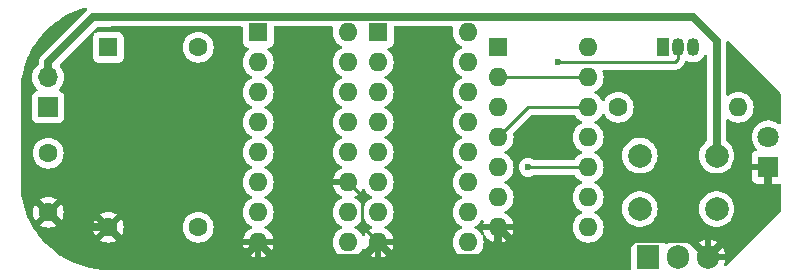
<source format=gtl>
G04 #@! TF.GenerationSoftware,KiCad,Pcbnew,8.0.9*
G04 #@! TF.CreationDate,2025-03-02T13:36:19+01:00*
G04 #@! TF.ProjectId,strobe,7374726f-6265-42e6-9b69-6361645f7063,rev?*
G04 #@! TF.SameCoordinates,Original*
G04 #@! TF.FileFunction,Copper,L1,Top*
G04 #@! TF.FilePolarity,Positive*
%FSLAX46Y46*%
G04 Gerber Fmt 4.6, Leading zero omitted, Abs format (unit mm)*
G04 Created by KiCad (PCBNEW 8.0.9) date 2025-03-02 13:36:19*
%MOMM*%
%LPD*%
G01*
G04 APERTURE LIST*
G04 #@! TA.AperFunction,ComponentPad*
%ADD10R,1.600000X1.600000*%
G04 #@! TD*
G04 #@! TA.AperFunction,ComponentPad*
%ADD11O,1.600000X1.600000*%
G04 #@! TD*
G04 #@! TA.AperFunction,ComponentPad*
%ADD12R,1.050000X1.500000*%
G04 #@! TD*
G04 #@! TA.AperFunction,ComponentPad*
%ADD13O,1.050000X1.500000*%
G04 #@! TD*
G04 #@! TA.AperFunction,ComponentPad*
%ADD14C,2.000000*%
G04 #@! TD*
G04 #@! TA.AperFunction,ComponentPad*
%ADD15R,1.800000X1.800000*%
G04 #@! TD*
G04 #@! TA.AperFunction,ComponentPad*
%ADD16C,1.800000*%
G04 #@! TD*
G04 #@! TA.AperFunction,ComponentPad*
%ADD17R,1.700000X1.700000*%
G04 #@! TD*
G04 #@! TA.AperFunction,ComponentPad*
%ADD18O,1.700000X1.700000*%
G04 #@! TD*
G04 #@! TA.AperFunction,ComponentPad*
%ADD19C,1.600000*%
G04 #@! TD*
G04 #@! TA.AperFunction,ComponentPad*
%ADD20R,1.905000X2.000000*%
G04 #@! TD*
G04 #@! TA.AperFunction,ComponentPad*
%ADD21O,1.905000X2.000000*%
G04 #@! TD*
G04 #@! TA.AperFunction,ViaPad*
%ADD22C,0.600000*%
G04 #@! TD*
G04 #@! TA.AperFunction,Conductor*
%ADD23C,0.635000*%
G04 #@! TD*
G04 #@! TA.AperFunction,Conductor*
%ADD24C,0.254000*%
G04 #@! TD*
G04 APERTURE END LIST*
D10*
X128270000Y-95250000D03*
D11*
X128270000Y-97790000D03*
X128270000Y-100330000D03*
X128270000Y-102870000D03*
X128270000Y-105410000D03*
X128270000Y-107950000D03*
X128270000Y-110490000D03*
X135890000Y-110490000D03*
X135890000Y-107950000D03*
X135890000Y-105410000D03*
X135890000Y-102870000D03*
X135890000Y-100330000D03*
X135890000Y-97790000D03*
X135890000Y-95250000D03*
D10*
X118110000Y-93980000D03*
D11*
X118110000Y-96520000D03*
X118110000Y-99060000D03*
X118110000Y-101600000D03*
X118110000Y-104140000D03*
X118110000Y-106680000D03*
X118110000Y-109220000D03*
X118110000Y-111760000D03*
X125730000Y-111760000D03*
X125730000Y-109220000D03*
X125730000Y-106680000D03*
X125730000Y-104140000D03*
X125730000Y-101600000D03*
X125730000Y-99060000D03*
X125730000Y-96520000D03*
X125730000Y-93980000D03*
D12*
X142240000Y-95250000D03*
D13*
X143510000Y-95250000D03*
X144780000Y-95250000D03*
D10*
X107950000Y-93980000D03*
D11*
X107950000Y-96520000D03*
X107950000Y-99060000D03*
X107950000Y-101600000D03*
X107950000Y-104140000D03*
X107950000Y-106680000D03*
X107950000Y-109220000D03*
X107950000Y-111760000D03*
X115570000Y-111760000D03*
X115570000Y-109220000D03*
X115570000Y-106680000D03*
X115570000Y-104140000D03*
X115570000Y-101600000D03*
X115570000Y-99060000D03*
X115570000Y-96520000D03*
X115570000Y-93980000D03*
D14*
X140260000Y-104430000D03*
X146760000Y-104430000D03*
X140260000Y-108930000D03*
X146760000Y-108930000D03*
D15*
X151130000Y-105390000D03*
D16*
X151130000Y-102850000D03*
D17*
X90170000Y-100330000D03*
D18*
X90170000Y-97790000D03*
D19*
X138430000Y-100330000D03*
D11*
X148590000Y-100330000D03*
D10*
X95250000Y-95250000D03*
D19*
X95250000Y-110490000D03*
X102870000Y-110490000D03*
X102870000Y-95250000D03*
X90170000Y-104220000D03*
X90170000Y-109220000D03*
D20*
X140970000Y-113030000D03*
D21*
X143510000Y-113030000D03*
X146050000Y-113030000D03*
D22*
X133350000Y-96520000D03*
X130810000Y-105410000D03*
D23*
X95250000Y-92710000D02*
X95297500Y-92662500D01*
X95297500Y-92662500D02*
X144732500Y-92662500D01*
X90170000Y-97790000D02*
X90170000Y-96520000D01*
X93980000Y-92710000D02*
X95250000Y-92710000D01*
X90170000Y-96520000D02*
X93980000Y-92710000D01*
X146760000Y-94690000D02*
X146760000Y-104430000D01*
X144732500Y-92662500D02*
X146760000Y-94690000D01*
D24*
X116697000Y-110347000D02*
X116697000Y-107807000D01*
D23*
X109267500Y-113077500D02*
X116792500Y-113077500D01*
X91440000Y-110490000D02*
X90170000Y-109220000D01*
X95250000Y-110490000D02*
X91440000Y-110490000D01*
X128270000Y-111760000D02*
X128270000Y-110490000D01*
X144532500Y-111512500D02*
X146050000Y-113030000D01*
D24*
X118110000Y-111760000D02*
X116697000Y-110347000D01*
D23*
X151130000Y-107950000D02*
X151130000Y-105390000D01*
X116792500Y-113077500D02*
X118110000Y-111760000D01*
D24*
X116697000Y-107807000D02*
X115570000Y-106680000D01*
D23*
X118110000Y-111760000D02*
X119427500Y-113077500D01*
X119427500Y-113077500D02*
X126952500Y-113077500D01*
X139747500Y-111512500D02*
X144532500Y-111512500D01*
X146050000Y-113030000D02*
X151130000Y-107950000D01*
X128270000Y-110490000D02*
X130810000Y-113030000D01*
X130810000Y-113030000D02*
X138230000Y-113030000D01*
X95250000Y-110490000D02*
X97319999Y-112559999D01*
X138230000Y-113030000D02*
X139747500Y-111512500D01*
X126952500Y-113077500D02*
X128270000Y-111760000D01*
X107950000Y-111760000D02*
X109267500Y-113077500D01*
X97319999Y-112559999D02*
X107150001Y-112559999D01*
X107150001Y-112559999D02*
X107950000Y-111760000D01*
D24*
X133350000Y-96520000D02*
X143244000Y-96520000D01*
X143510000Y-96254000D02*
X143510000Y-95250000D01*
X143244000Y-96520000D02*
X143510000Y-96254000D01*
X135890000Y-105410000D02*
X130810000Y-105410000D01*
X135890000Y-100330000D02*
X130810000Y-100330000D01*
X130810000Y-100330000D02*
X128270000Y-102870000D01*
X135890000Y-97790000D02*
X128270000Y-97790000D01*
G04 #@! TA.AperFunction,Conductor*
G36*
X93372199Y-91907117D02*
G01*
X93429591Y-91946965D01*
X93456329Y-92011516D01*
X93443923Y-92080276D01*
X93420721Y-92112452D01*
X93344618Y-92188555D01*
X93344616Y-92188557D01*
X89534620Y-95998551D01*
X89534617Y-95998555D01*
X89445100Y-96132525D01*
X89445093Y-96132538D01*
X89383436Y-96281393D01*
X89383433Y-96281405D01*
X89352000Y-96439429D01*
X89352000Y-96649562D01*
X89332315Y-96716601D01*
X89302456Y-96747673D01*
X89302749Y-96748023D01*
X89299504Y-96750746D01*
X89299137Y-96751128D01*
X89298604Y-96751501D01*
X89298595Y-96751508D01*
X89131505Y-96918597D01*
X88995965Y-97112169D01*
X88995964Y-97112171D01*
X88896098Y-97326335D01*
X88896094Y-97326344D01*
X88834938Y-97554586D01*
X88834936Y-97554596D01*
X88814341Y-97789999D01*
X88814341Y-97790000D01*
X88834936Y-98025403D01*
X88834938Y-98025413D01*
X88896094Y-98253655D01*
X88896096Y-98253659D01*
X88896097Y-98253663D01*
X88967724Y-98407267D01*
X88995965Y-98467830D01*
X88995967Y-98467834D01*
X89097966Y-98613502D01*
X89131501Y-98661396D01*
X89131506Y-98661402D01*
X89253430Y-98783326D01*
X89286915Y-98844649D01*
X89281931Y-98914341D01*
X89240059Y-98970274D01*
X89209083Y-98987189D01*
X89077669Y-99036203D01*
X89077664Y-99036206D01*
X88962455Y-99122452D01*
X88962452Y-99122455D01*
X88876206Y-99237664D01*
X88876202Y-99237671D01*
X88825908Y-99372517D01*
X88819501Y-99432116D01*
X88819501Y-99432123D01*
X88819500Y-99432135D01*
X88819500Y-101227870D01*
X88819501Y-101227876D01*
X88825908Y-101287483D01*
X88876202Y-101422328D01*
X88876206Y-101422335D01*
X88962452Y-101537544D01*
X88962455Y-101537547D01*
X89077664Y-101623793D01*
X89077671Y-101623797D01*
X89212517Y-101674091D01*
X89212516Y-101674091D01*
X89219444Y-101674835D01*
X89272127Y-101680500D01*
X91067872Y-101680499D01*
X91127483Y-101674091D01*
X91262331Y-101623796D01*
X91377546Y-101537546D01*
X91463796Y-101422331D01*
X91514091Y-101287483D01*
X91520500Y-101227873D01*
X91520499Y-99432128D01*
X91514091Y-99372517D01*
X91503843Y-99345042D01*
X91463797Y-99237671D01*
X91463793Y-99237664D01*
X91377547Y-99122455D01*
X91377544Y-99122452D01*
X91262335Y-99036206D01*
X91262328Y-99036202D01*
X91130917Y-98987189D01*
X91074983Y-98945318D01*
X91050566Y-98879853D01*
X91065418Y-98811580D01*
X91086563Y-98783332D01*
X91208495Y-98661401D01*
X91344035Y-98467830D01*
X91443903Y-98253663D01*
X91505063Y-98025408D01*
X91525659Y-97790000D01*
X91505063Y-97554592D01*
X91443903Y-97326337D01*
X91344035Y-97112171D01*
X91340135Y-97106600D01*
X91208494Y-96918597D01*
X91156042Y-96866145D01*
X91122557Y-96804822D01*
X91127541Y-96735130D01*
X91156040Y-96690785D01*
X93444690Y-94402135D01*
X93949500Y-94402135D01*
X93949500Y-96097870D01*
X93949501Y-96097876D01*
X93955908Y-96157483D01*
X94006202Y-96292328D01*
X94006206Y-96292335D01*
X94092452Y-96407544D01*
X94092455Y-96407547D01*
X94207664Y-96493793D01*
X94207671Y-96493797D01*
X94342517Y-96544091D01*
X94342516Y-96544091D01*
X94349444Y-96544835D01*
X94402127Y-96550500D01*
X96097872Y-96550499D01*
X96157483Y-96544091D01*
X96292331Y-96493796D01*
X96407546Y-96407546D01*
X96493796Y-96292331D01*
X96544091Y-96157483D01*
X96550500Y-96097873D01*
X96550499Y-95249998D01*
X101564532Y-95249998D01*
X101564532Y-95250001D01*
X101584364Y-95476686D01*
X101584366Y-95476697D01*
X101643258Y-95696488D01*
X101643261Y-95696497D01*
X101739431Y-95902732D01*
X101739432Y-95902734D01*
X101869954Y-96089141D01*
X102030858Y-96250045D01*
X102030861Y-96250047D01*
X102217266Y-96380568D01*
X102423504Y-96476739D01*
X102643308Y-96535635D01*
X102783052Y-96547861D01*
X102869998Y-96555468D01*
X102870000Y-96555468D01*
X102870002Y-96555468D01*
X102926807Y-96550498D01*
X103096692Y-96535635D01*
X103316496Y-96476739D01*
X103522734Y-96380568D01*
X103709139Y-96250047D01*
X103870047Y-96089139D01*
X104000568Y-95902734D01*
X104096739Y-95696496D01*
X104155635Y-95476692D01*
X104173360Y-95274091D01*
X104175468Y-95250001D01*
X104175468Y-95249998D01*
X104165636Y-95137618D01*
X104155635Y-95023308D01*
X104096739Y-94803504D01*
X104000568Y-94597266D01*
X103870047Y-94410861D01*
X103870045Y-94410858D01*
X103709141Y-94249954D01*
X103522734Y-94119432D01*
X103522732Y-94119431D01*
X103316497Y-94023261D01*
X103316488Y-94023258D01*
X103096697Y-93964366D01*
X103096693Y-93964365D01*
X103096692Y-93964365D01*
X103096691Y-93964364D01*
X103096686Y-93964364D01*
X102870002Y-93944532D01*
X102869998Y-93944532D01*
X102643313Y-93964364D01*
X102643302Y-93964366D01*
X102423511Y-94023258D01*
X102423502Y-94023261D01*
X102217267Y-94119431D01*
X102217265Y-94119432D01*
X102030858Y-94249954D01*
X101869954Y-94410858D01*
X101739432Y-94597265D01*
X101739431Y-94597267D01*
X101643261Y-94803502D01*
X101643258Y-94803511D01*
X101584366Y-95023302D01*
X101584364Y-95023313D01*
X101564532Y-95249998D01*
X96550499Y-95249998D01*
X96550499Y-94402128D01*
X96544091Y-94342517D01*
X96532258Y-94310792D01*
X96493797Y-94207671D01*
X96493793Y-94207664D01*
X96407547Y-94092455D01*
X96407544Y-94092452D01*
X96292335Y-94006206D01*
X96292328Y-94006202D01*
X96157482Y-93955908D01*
X96157483Y-93955908D01*
X96097883Y-93949501D01*
X96097881Y-93949500D01*
X96097873Y-93949500D01*
X96097864Y-93949500D01*
X94402129Y-93949500D01*
X94402123Y-93949501D01*
X94342516Y-93955908D01*
X94207671Y-94006202D01*
X94207668Y-94006204D01*
X94135642Y-94060123D01*
X94078219Y-94081540D01*
X94069688Y-94120758D01*
X94060123Y-94135642D01*
X94006204Y-94207668D01*
X94006202Y-94207671D01*
X93955908Y-94342517D01*
X93950533Y-94392517D01*
X93949501Y-94402123D01*
X93949500Y-94402135D01*
X93444690Y-94402135D01*
X93873177Y-93973648D01*
X93934498Y-93940165D01*
X93941868Y-93940692D01*
X93962064Y-93886546D01*
X93973643Y-93873182D01*
X94282507Y-93564319D01*
X94343830Y-93530834D01*
X94370188Y-93528000D01*
X95330567Y-93528000D01*
X95330568Y-93527999D01*
X95488602Y-93496565D01*
X95504598Y-93489938D01*
X95552051Y-93480500D01*
X106525500Y-93480500D01*
X106592539Y-93500185D01*
X106638294Y-93552989D01*
X106649500Y-93604500D01*
X106649500Y-94827870D01*
X106649501Y-94827876D01*
X106655908Y-94887483D01*
X106706202Y-95022328D01*
X106706206Y-95022335D01*
X106792452Y-95137544D01*
X106792455Y-95137547D01*
X106907664Y-95223793D01*
X106907671Y-95223797D01*
X106952618Y-95240561D01*
X107042517Y-95274091D01*
X107077596Y-95277862D01*
X107142144Y-95304599D01*
X107181993Y-95361991D01*
X107184488Y-95431816D01*
X107148836Y-95491905D01*
X107135464Y-95502725D01*
X107110858Y-95519954D01*
X106949954Y-95680858D01*
X106819432Y-95867265D01*
X106819431Y-95867267D01*
X106723261Y-96073502D01*
X106723258Y-96073511D01*
X106664366Y-96293302D01*
X106664364Y-96293313D01*
X106644532Y-96519998D01*
X106644532Y-96520001D01*
X106664364Y-96746686D01*
X106664366Y-96746697D01*
X106723258Y-96966488D01*
X106723261Y-96966497D01*
X106819431Y-97172732D01*
X106819432Y-97172734D01*
X106949954Y-97359141D01*
X107110858Y-97520045D01*
X107110861Y-97520047D01*
X107297266Y-97650568D01*
X107355275Y-97677618D01*
X107407714Y-97723791D01*
X107426866Y-97790984D01*
X107406650Y-97857865D01*
X107355275Y-97902382D01*
X107297267Y-97929431D01*
X107297265Y-97929432D01*
X107110858Y-98059954D01*
X106949954Y-98220858D01*
X106819432Y-98407265D01*
X106819431Y-98407267D01*
X106723261Y-98613502D01*
X106723258Y-98613511D01*
X106664366Y-98833302D01*
X106664364Y-98833313D01*
X106644532Y-99059998D01*
X106644532Y-99060001D01*
X106664364Y-99286686D01*
X106664366Y-99286697D01*
X106723258Y-99506488D01*
X106723261Y-99506497D01*
X106819431Y-99712732D01*
X106819432Y-99712734D01*
X106949954Y-99899141D01*
X107110858Y-100060045D01*
X107110861Y-100060047D01*
X107297266Y-100190568D01*
X107355275Y-100217618D01*
X107407714Y-100263791D01*
X107426866Y-100330984D01*
X107406650Y-100397865D01*
X107355275Y-100442382D01*
X107297267Y-100469431D01*
X107297265Y-100469432D01*
X107110858Y-100599954D01*
X106949954Y-100760858D01*
X106819432Y-100947265D01*
X106819431Y-100947267D01*
X106723261Y-101153502D01*
X106723258Y-101153511D01*
X106664366Y-101373302D01*
X106664364Y-101373313D01*
X106644532Y-101599998D01*
X106644532Y-101600001D01*
X106664364Y-101826686D01*
X106664366Y-101826697D01*
X106723258Y-102046488D01*
X106723261Y-102046497D01*
X106819431Y-102252732D01*
X106819432Y-102252734D01*
X106949954Y-102439141D01*
X107110858Y-102600045D01*
X107110861Y-102600047D01*
X107297266Y-102730568D01*
X107355275Y-102757618D01*
X107407714Y-102803791D01*
X107426866Y-102870984D01*
X107406650Y-102937865D01*
X107355275Y-102982382D01*
X107297267Y-103009431D01*
X107297265Y-103009432D01*
X107110858Y-103139954D01*
X106949954Y-103300858D01*
X106819432Y-103487265D01*
X106819431Y-103487267D01*
X106723261Y-103693502D01*
X106723258Y-103693511D01*
X106664366Y-103913302D01*
X106664364Y-103913313D01*
X106644532Y-104139998D01*
X106644532Y-104140001D01*
X106664364Y-104366686D01*
X106664366Y-104366697D01*
X106723258Y-104586488D01*
X106723261Y-104586497D01*
X106819431Y-104792732D01*
X106819432Y-104792734D01*
X106949954Y-104979141D01*
X107110858Y-105140045D01*
X107110861Y-105140047D01*
X107297266Y-105270568D01*
X107355275Y-105297618D01*
X107407714Y-105343791D01*
X107426866Y-105410984D01*
X107406650Y-105477865D01*
X107355275Y-105522382D01*
X107297267Y-105549431D01*
X107297265Y-105549432D01*
X107110858Y-105679954D01*
X106949954Y-105840858D01*
X106819432Y-106027265D01*
X106819431Y-106027267D01*
X106723261Y-106233502D01*
X106723258Y-106233511D01*
X106664366Y-106453302D01*
X106664364Y-106453313D01*
X106644532Y-106679998D01*
X106644532Y-106680001D01*
X106664364Y-106906686D01*
X106664366Y-106906697D01*
X106723258Y-107126488D01*
X106723261Y-107126497D01*
X106819431Y-107332732D01*
X106819432Y-107332734D01*
X106949954Y-107519141D01*
X107110858Y-107680045D01*
X107110861Y-107680047D01*
X107297266Y-107810568D01*
X107322342Y-107822261D01*
X107355275Y-107837618D01*
X107407714Y-107883791D01*
X107426866Y-107950984D01*
X107406650Y-108017865D01*
X107355275Y-108062382D01*
X107297267Y-108089431D01*
X107297265Y-108089432D01*
X107110858Y-108219954D01*
X106949954Y-108380858D01*
X106819432Y-108567265D01*
X106819431Y-108567267D01*
X106723261Y-108773502D01*
X106723258Y-108773511D01*
X106664366Y-108993302D01*
X106664364Y-108993313D01*
X106644532Y-109219998D01*
X106644532Y-109220001D01*
X106664364Y-109446686D01*
X106664366Y-109446697D01*
X106723258Y-109666488D01*
X106723261Y-109666497D01*
X106819431Y-109872732D01*
X106819432Y-109872734D01*
X106949954Y-110059141D01*
X107110858Y-110220045D01*
X107110861Y-110220047D01*
X107297266Y-110350568D01*
X107355865Y-110377893D01*
X107408305Y-110424065D01*
X107427457Y-110491258D01*
X107407242Y-110558139D01*
X107355867Y-110602657D01*
X107297515Y-110629867D01*
X107111179Y-110760342D01*
X106950342Y-110921179D01*
X106819865Y-111107517D01*
X106723734Y-111313673D01*
X106723730Y-111313682D01*
X106671127Y-111509999D01*
X106671128Y-111510000D01*
X107634314Y-111510000D01*
X107629920Y-111514394D01*
X107577259Y-111605606D01*
X107550000Y-111707339D01*
X107550000Y-111812661D01*
X107577259Y-111914394D01*
X107629920Y-112005606D01*
X107634314Y-112010000D01*
X106671128Y-112010000D01*
X106723730Y-112206317D01*
X106723734Y-112206326D01*
X106819865Y-112412482D01*
X106950342Y-112598820D01*
X107111179Y-112759657D01*
X107297517Y-112890134D01*
X107503673Y-112986265D01*
X107503682Y-112986269D01*
X107699999Y-113038872D01*
X107700000Y-113038871D01*
X107700000Y-112075686D01*
X107704394Y-112080080D01*
X107795606Y-112132741D01*
X107897339Y-112160000D01*
X108002661Y-112160000D01*
X108104394Y-112132741D01*
X108195606Y-112080080D01*
X108200000Y-112075686D01*
X108200000Y-113038872D01*
X108396317Y-112986269D01*
X108396326Y-112986265D01*
X108602482Y-112890134D01*
X108788820Y-112759657D01*
X108949657Y-112598820D01*
X109080134Y-112412482D01*
X109176265Y-112206326D01*
X109176269Y-112206317D01*
X109228872Y-112010000D01*
X108265686Y-112010000D01*
X108270080Y-112005606D01*
X108322741Y-111914394D01*
X108350000Y-111812661D01*
X108350000Y-111707339D01*
X108322741Y-111605606D01*
X108270080Y-111514394D01*
X108265686Y-111510000D01*
X109228872Y-111510000D01*
X109228872Y-111509999D01*
X109176269Y-111313682D01*
X109176265Y-111313673D01*
X109080134Y-111107517D01*
X108949657Y-110921179D01*
X108788820Y-110760342D01*
X108602482Y-110629865D01*
X108544133Y-110602657D01*
X108491694Y-110556484D01*
X108472542Y-110489291D01*
X108492758Y-110422410D01*
X108544129Y-110377895D01*
X108602734Y-110350568D01*
X108789139Y-110220047D01*
X108950047Y-110059139D01*
X109080568Y-109872734D01*
X109176739Y-109666496D01*
X109235635Y-109446692D01*
X109255468Y-109220000D01*
X109254143Y-109204860D01*
X109241960Y-109065606D01*
X109235635Y-108993308D01*
X109176739Y-108773504D01*
X109080568Y-108567266D01*
X108950047Y-108380861D01*
X108950045Y-108380858D01*
X108789141Y-108219954D01*
X108602734Y-108089432D01*
X108602728Y-108089429D01*
X108544725Y-108062382D01*
X108492285Y-108016210D01*
X108473133Y-107949017D01*
X108493348Y-107882135D01*
X108544725Y-107837618D01*
X108545319Y-107837341D01*
X108602734Y-107810568D01*
X108789139Y-107680047D01*
X108950047Y-107519139D01*
X109080568Y-107332734D01*
X109176739Y-107126496D01*
X109235635Y-106906692D01*
X109255468Y-106680000D01*
X109252597Y-106647190D01*
X109241960Y-106525606D01*
X109235635Y-106453308D01*
X109176739Y-106233504D01*
X109080568Y-106027266D01*
X108950047Y-105840861D01*
X108950045Y-105840858D01*
X108789141Y-105679954D01*
X108602734Y-105549432D01*
X108602728Y-105549429D01*
X108544725Y-105522382D01*
X108492285Y-105476210D01*
X108473133Y-105409017D01*
X108493348Y-105342135D01*
X108544725Y-105297618D01*
X108602734Y-105270568D01*
X108789139Y-105140047D01*
X108950047Y-104979139D01*
X109080568Y-104792734D01*
X109176739Y-104586496D01*
X109235635Y-104366692D01*
X109255468Y-104140000D01*
X109235635Y-103913308D01*
X109176739Y-103693504D01*
X109080568Y-103487266D01*
X108950047Y-103300861D01*
X108950045Y-103300858D01*
X108789141Y-103139954D01*
X108602734Y-103009432D01*
X108602728Y-103009429D01*
X108544725Y-102982382D01*
X108492285Y-102936210D01*
X108473133Y-102869017D01*
X108493348Y-102802135D01*
X108544725Y-102757618D01*
X108602734Y-102730568D01*
X108789139Y-102600047D01*
X108950047Y-102439139D01*
X109080568Y-102252734D01*
X109176739Y-102046496D01*
X109235635Y-101826692D01*
X109255468Y-101600000D01*
X109252344Y-101564298D01*
X109242301Y-101449500D01*
X109235635Y-101373308D01*
X109176739Y-101153504D01*
X109080568Y-100947266D01*
X108950047Y-100760861D01*
X108950045Y-100760858D01*
X108789141Y-100599954D01*
X108602734Y-100469432D01*
X108602728Y-100469429D01*
X108544725Y-100442382D01*
X108492285Y-100396210D01*
X108473133Y-100329017D01*
X108493348Y-100262135D01*
X108544725Y-100217618D01*
X108602734Y-100190568D01*
X108789139Y-100060047D01*
X108950047Y-99899139D01*
X109080568Y-99712734D01*
X109176739Y-99506496D01*
X109235635Y-99286692D01*
X109255468Y-99060000D01*
X109255274Y-99057788D01*
X109245636Y-98947618D01*
X109235635Y-98833308D01*
X109176739Y-98613504D01*
X109080568Y-98407266D01*
X108950047Y-98220861D01*
X108950045Y-98220858D01*
X108789141Y-98059954D01*
X108602734Y-97929432D01*
X108602728Y-97929429D01*
X108544725Y-97902382D01*
X108492285Y-97856210D01*
X108473133Y-97789017D01*
X108493348Y-97722135D01*
X108544725Y-97677618D01*
X108602734Y-97650568D01*
X108789139Y-97520047D01*
X108950047Y-97359139D01*
X109080568Y-97172734D01*
X109176739Y-96966496D01*
X109235635Y-96746692D01*
X109253360Y-96544091D01*
X109255468Y-96520001D01*
X109255468Y-96519998D01*
X109248209Y-96437034D01*
X109235635Y-96293308D01*
X109176739Y-96073504D01*
X109080568Y-95867266D01*
X108950047Y-95680861D01*
X108950045Y-95680858D01*
X108789143Y-95519956D01*
X108764536Y-95502726D01*
X108720912Y-95448149D01*
X108713719Y-95378650D01*
X108745241Y-95316296D01*
X108805471Y-95280882D01*
X108822404Y-95277861D01*
X108857483Y-95274091D01*
X108992331Y-95223796D01*
X109107546Y-95137546D01*
X109193796Y-95022331D01*
X109244091Y-94887483D01*
X109250500Y-94827873D01*
X109250499Y-93604499D01*
X109270184Y-93537461D01*
X109322987Y-93491706D01*
X109374499Y-93480500D01*
X114195863Y-93480500D01*
X114262902Y-93500185D01*
X114308657Y-93552989D01*
X114318601Y-93622147D01*
X114315638Y-93636593D01*
X114284366Y-93753302D01*
X114284364Y-93753313D01*
X114264532Y-93979998D01*
X114264532Y-93980001D01*
X114284364Y-94206686D01*
X114284366Y-94206697D01*
X114343258Y-94426488D01*
X114343261Y-94426497D01*
X114439431Y-94632732D01*
X114439432Y-94632734D01*
X114569954Y-94819141D01*
X114730858Y-94980045D01*
X114730861Y-94980047D01*
X114917266Y-95110568D01*
X114975275Y-95137618D01*
X115027714Y-95183791D01*
X115046866Y-95250984D01*
X115026650Y-95317865D01*
X114975275Y-95362382D01*
X114917267Y-95389431D01*
X114917265Y-95389432D01*
X114730858Y-95519954D01*
X114569954Y-95680858D01*
X114439432Y-95867265D01*
X114439431Y-95867267D01*
X114343261Y-96073502D01*
X114343258Y-96073511D01*
X114284366Y-96293302D01*
X114284364Y-96293313D01*
X114264532Y-96519998D01*
X114264532Y-96520001D01*
X114284364Y-96746686D01*
X114284366Y-96746697D01*
X114343258Y-96966488D01*
X114343261Y-96966497D01*
X114439431Y-97172732D01*
X114439432Y-97172734D01*
X114569954Y-97359141D01*
X114730858Y-97520045D01*
X114730861Y-97520047D01*
X114917266Y-97650568D01*
X114975275Y-97677618D01*
X115027714Y-97723791D01*
X115046866Y-97790984D01*
X115026650Y-97857865D01*
X114975275Y-97902382D01*
X114917267Y-97929431D01*
X114917265Y-97929432D01*
X114730858Y-98059954D01*
X114569954Y-98220858D01*
X114439432Y-98407265D01*
X114439431Y-98407267D01*
X114343261Y-98613502D01*
X114343258Y-98613511D01*
X114284366Y-98833302D01*
X114284364Y-98833313D01*
X114264532Y-99059998D01*
X114264532Y-99060001D01*
X114284364Y-99286686D01*
X114284366Y-99286697D01*
X114343258Y-99506488D01*
X114343261Y-99506497D01*
X114439431Y-99712732D01*
X114439432Y-99712734D01*
X114569954Y-99899141D01*
X114730858Y-100060045D01*
X114730861Y-100060047D01*
X114917266Y-100190568D01*
X114975275Y-100217618D01*
X115027714Y-100263791D01*
X115046866Y-100330984D01*
X115026650Y-100397865D01*
X114975275Y-100442382D01*
X114917267Y-100469431D01*
X114917265Y-100469432D01*
X114730858Y-100599954D01*
X114569954Y-100760858D01*
X114439432Y-100947265D01*
X114439431Y-100947267D01*
X114343261Y-101153502D01*
X114343258Y-101153511D01*
X114284366Y-101373302D01*
X114284364Y-101373313D01*
X114264532Y-101599998D01*
X114264532Y-101600001D01*
X114284364Y-101826686D01*
X114284366Y-101826697D01*
X114343258Y-102046488D01*
X114343261Y-102046497D01*
X114439431Y-102252732D01*
X114439432Y-102252734D01*
X114569954Y-102439141D01*
X114730858Y-102600045D01*
X114730861Y-102600047D01*
X114917266Y-102730568D01*
X114975275Y-102757618D01*
X115027714Y-102803791D01*
X115046866Y-102870984D01*
X115026650Y-102937865D01*
X114975275Y-102982382D01*
X114917267Y-103009431D01*
X114917265Y-103009432D01*
X114730858Y-103139954D01*
X114569954Y-103300858D01*
X114439432Y-103487265D01*
X114439431Y-103487267D01*
X114343261Y-103693502D01*
X114343258Y-103693511D01*
X114284366Y-103913302D01*
X114284364Y-103913313D01*
X114264532Y-104139998D01*
X114264532Y-104140001D01*
X114284364Y-104366686D01*
X114284366Y-104366697D01*
X114343258Y-104586488D01*
X114343261Y-104586497D01*
X114439431Y-104792732D01*
X114439432Y-104792734D01*
X114569954Y-104979141D01*
X114730858Y-105140045D01*
X114730861Y-105140047D01*
X114917266Y-105270568D01*
X114975865Y-105297893D01*
X115028305Y-105344065D01*
X115047457Y-105411258D01*
X115027242Y-105478139D01*
X114975867Y-105522657D01*
X114917515Y-105549867D01*
X114731179Y-105680342D01*
X114570342Y-105841179D01*
X114439865Y-106027517D01*
X114343734Y-106233673D01*
X114343730Y-106233682D01*
X114291127Y-106429999D01*
X114291128Y-106430000D01*
X115254314Y-106430000D01*
X115249920Y-106434394D01*
X115197259Y-106525606D01*
X115170000Y-106627339D01*
X115170000Y-106732661D01*
X115197259Y-106834394D01*
X115249920Y-106925606D01*
X115254314Y-106930000D01*
X114291128Y-106930000D01*
X114343730Y-107126317D01*
X114343734Y-107126326D01*
X114439865Y-107332482D01*
X114570342Y-107518820D01*
X114731179Y-107679657D01*
X114917518Y-107810134D01*
X114917520Y-107810135D01*
X114975865Y-107837342D01*
X115028305Y-107883514D01*
X115047457Y-107950707D01*
X115027242Y-108017589D01*
X114975867Y-108062105D01*
X114917268Y-108089431D01*
X114917264Y-108089433D01*
X114730858Y-108219954D01*
X114569954Y-108380858D01*
X114439432Y-108567265D01*
X114439431Y-108567267D01*
X114343261Y-108773502D01*
X114343258Y-108773511D01*
X114284366Y-108993302D01*
X114284364Y-108993313D01*
X114264532Y-109219998D01*
X114264532Y-109220001D01*
X114284364Y-109446686D01*
X114284366Y-109446697D01*
X114343258Y-109666488D01*
X114343261Y-109666497D01*
X114439431Y-109872732D01*
X114439432Y-109872734D01*
X114569954Y-110059141D01*
X114730858Y-110220045D01*
X114730861Y-110220047D01*
X114917266Y-110350568D01*
X114975275Y-110377618D01*
X115027714Y-110423791D01*
X115046866Y-110490984D01*
X115026650Y-110557865D01*
X114975275Y-110602382D01*
X114917267Y-110629431D01*
X114917265Y-110629432D01*
X114730858Y-110759954D01*
X114569954Y-110920858D01*
X114439432Y-111107265D01*
X114439431Y-111107267D01*
X114343261Y-111313502D01*
X114343258Y-111313511D01*
X114284366Y-111533302D01*
X114284364Y-111533313D01*
X114264532Y-111759998D01*
X114264532Y-111760000D01*
X114284364Y-111986686D01*
X114284366Y-111986697D01*
X114343258Y-112206488D01*
X114343261Y-112206497D01*
X114439431Y-112412732D01*
X114439432Y-112412734D01*
X114569954Y-112599141D01*
X114730858Y-112760045D01*
X114730861Y-112760047D01*
X114917266Y-112890568D01*
X115123504Y-112986739D01*
X115343308Y-113045635D01*
X115505230Y-113059801D01*
X115569998Y-113065468D01*
X115570000Y-113065468D01*
X115570002Y-113065468D01*
X115626673Y-113060509D01*
X115796692Y-113045635D01*
X116016496Y-112986739D01*
X116222734Y-112890568D01*
X116409139Y-112760047D01*
X116570047Y-112599139D01*
X116700568Y-112412734D01*
X116727895Y-112354129D01*
X116774064Y-112301695D01*
X116841257Y-112282542D01*
X116908139Y-112302757D01*
X116952657Y-112354133D01*
X116979865Y-112412482D01*
X117110342Y-112598820D01*
X117271179Y-112759657D01*
X117457517Y-112890134D01*
X117663673Y-112986265D01*
X117663682Y-112986269D01*
X117859999Y-113038872D01*
X117860000Y-113038871D01*
X117860000Y-112075686D01*
X117864394Y-112080080D01*
X117955606Y-112132741D01*
X118057339Y-112160000D01*
X118162661Y-112160000D01*
X118264394Y-112132741D01*
X118355606Y-112080080D01*
X118360000Y-112075686D01*
X118360000Y-113038872D01*
X118556317Y-112986269D01*
X118556326Y-112986265D01*
X118762482Y-112890134D01*
X118948820Y-112759657D01*
X119109657Y-112598820D01*
X119240134Y-112412482D01*
X119336265Y-112206326D01*
X119336269Y-112206317D01*
X119388872Y-112010000D01*
X118425686Y-112010000D01*
X118430080Y-112005606D01*
X118482741Y-111914394D01*
X118510000Y-111812661D01*
X118510000Y-111707339D01*
X118482741Y-111605606D01*
X118430080Y-111514394D01*
X118425686Y-111510000D01*
X119388872Y-111510000D01*
X119388872Y-111509999D01*
X119336269Y-111313682D01*
X119336265Y-111313673D01*
X119240134Y-111107517D01*
X119109657Y-110921179D01*
X118948820Y-110760342D01*
X118762482Y-110629865D01*
X118704133Y-110602657D01*
X118651694Y-110556484D01*
X118632542Y-110489291D01*
X118652758Y-110422410D01*
X118704129Y-110377895D01*
X118762734Y-110350568D01*
X118949139Y-110220047D01*
X119110047Y-110059139D01*
X119240568Y-109872734D01*
X119336739Y-109666496D01*
X119395635Y-109446692D01*
X119415468Y-109220000D01*
X119414143Y-109204860D01*
X119401960Y-109065606D01*
X119395635Y-108993308D01*
X119336739Y-108773504D01*
X119240568Y-108567266D01*
X119110047Y-108380861D01*
X119110045Y-108380858D01*
X118949141Y-108219954D01*
X118762734Y-108089432D01*
X118762728Y-108089429D01*
X118704725Y-108062382D01*
X118652285Y-108016210D01*
X118633133Y-107949017D01*
X118653348Y-107882135D01*
X118704725Y-107837618D01*
X118705319Y-107837341D01*
X118762734Y-107810568D01*
X118949139Y-107680047D01*
X119110047Y-107519139D01*
X119240568Y-107332734D01*
X119336739Y-107126496D01*
X119395635Y-106906692D01*
X119415468Y-106680000D01*
X119412597Y-106647190D01*
X119401960Y-106525606D01*
X119395635Y-106453308D01*
X119336739Y-106233504D01*
X119240568Y-106027266D01*
X119110047Y-105840861D01*
X119110045Y-105840858D01*
X118949141Y-105679954D01*
X118762734Y-105549432D01*
X118762728Y-105549429D01*
X118704725Y-105522382D01*
X118652285Y-105476210D01*
X118633133Y-105409017D01*
X118653348Y-105342135D01*
X118704725Y-105297618D01*
X118762734Y-105270568D01*
X118949139Y-105140047D01*
X119110047Y-104979139D01*
X119240568Y-104792734D01*
X119336739Y-104586496D01*
X119395635Y-104366692D01*
X119415468Y-104140000D01*
X119395635Y-103913308D01*
X119336739Y-103693504D01*
X119240568Y-103487266D01*
X119110047Y-103300861D01*
X119110045Y-103300858D01*
X118949141Y-103139954D01*
X118762734Y-103009432D01*
X118762728Y-103009429D01*
X118704725Y-102982382D01*
X118652285Y-102936210D01*
X118633133Y-102869017D01*
X118653348Y-102802135D01*
X118704725Y-102757618D01*
X118762734Y-102730568D01*
X118949139Y-102600047D01*
X119110047Y-102439139D01*
X119240568Y-102252734D01*
X119336739Y-102046496D01*
X119395635Y-101826692D01*
X119415468Y-101600000D01*
X119412344Y-101564298D01*
X119402301Y-101449500D01*
X119395635Y-101373308D01*
X119336739Y-101153504D01*
X119240568Y-100947266D01*
X119110047Y-100760861D01*
X119110045Y-100760858D01*
X118949141Y-100599954D01*
X118762734Y-100469432D01*
X118762728Y-100469429D01*
X118704725Y-100442382D01*
X118652285Y-100396210D01*
X118633133Y-100329017D01*
X118653348Y-100262135D01*
X118704725Y-100217618D01*
X118762734Y-100190568D01*
X118949139Y-100060047D01*
X119110047Y-99899139D01*
X119240568Y-99712734D01*
X119336739Y-99506496D01*
X119395635Y-99286692D01*
X119415468Y-99060000D01*
X119415274Y-99057788D01*
X119405636Y-98947618D01*
X119395635Y-98833308D01*
X119336739Y-98613504D01*
X119240568Y-98407266D01*
X119110047Y-98220861D01*
X119110045Y-98220858D01*
X118949141Y-98059954D01*
X118762734Y-97929432D01*
X118762728Y-97929429D01*
X118704725Y-97902382D01*
X118652285Y-97856210D01*
X118633133Y-97789017D01*
X118653348Y-97722135D01*
X118704725Y-97677618D01*
X118762734Y-97650568D01*
X118949139Y-97520047D01*
X119110047Y-97359139D01*
X119240568Y-97172734D01*
X119336739Y-96966496D01*
X119395635Y-96746692D01*
X119413360Y-96544091D01*
X119415468Y-96520001D01*
X119415468Y-96519998D01*
X119408209Y-96437034D01*
X119395635Y-96293308D01*
X119336739Y-96073504D01*
X119240568Y-95867266D01*
X119110047Y-95680861D01*
X119110045Y-95680858D01*
X118949143Y-95519956D01*
X118924536Y-95502726D01*
X118880912Y-95448149D01*
X118873719Y-95378650D01*
X118905241Y-95316296D01*
X118965471Y-95280882D01*
X118982404Y-95277861D01*
X119017483Y-95274091D01*
X119152331Y-95223796D01*
X119267546Y-95137546D01*
X119353796Y-95022331D01*
X119404091Y-94887483D01*
X119410500Y-94827873D01*
X119410499Y-93604499D01*
X119430184Y-93537461D01*
X119482987Y-93491706D01*
X119534499Y-93480500D01*
X124355863Y-93480500D01*
X124422902Y-93500185D01*
X124468657Y-93552989D01*
X124478601Y-93622147D01*
X124475638Y-93636593D01*
X124444366Y-93753302D01*
X124444364Y-93753313D01*
X124424532Y-93979998D01*
X124424532Y-93980001D01*
X124444364Y-94206686D01*
X124444366Y-94206697D01*
X124503258Y-94426488D01*
X124503261Y-94426497D01*
X124599431Y-94632732D01*
X124599432Y-94632734D01*
X124729954Y-94819141D01*
X124890858Y-94980045D01*
X124890861Y-94980047D01*
X125077266Y-95110568D01*
X125135275Y-95137618D01*
X125187714Y-95183791D01*
X125206866Y-95250984D01*
X125186650Y-95317865D01*
X125135275Y-95362382D01*
X125077267Y-95389431D01*
X125077265Y-95389432D01*
X124890858Y-95519954D01*
X124729954Y-95680858D01*
X124599432Y-95867265D01*
X124599431Y-95867267D01*
X124503261Y-96073502D01*
X124503258Y-96073511D01*
X124444366Y-96293302D01*
X124444364Y-96293313D01*
X124424532Y-96519998D01*
X124424532Y-96520001D01*
X124444364Y-96746686D01*
X124444366Y-96746697D01*
X124503258Y-96966488D01*
X124503261Y-96966497D01*
X124599431Y-97172732D01*
X124599432Y-97172734D01*
X124729954Y-97359141D01*
X124890858Y-97520045D01*
X124890861Y-97520047D01*
X125077266Y-97650568D01*
X125135275Y-97677618D01*
X125187714Y-97723791D01*
X125206866Y-97790984D01*
X125186650Y-97857865D01*
X125135275Y-97902382D01*
X125077267Y-97929431D01*
X125077265Y-97929432D01*
X124890858Y-98059954D01*
X124729954Y-98220858D01*
X124599432Y-98407265D01*
X124599431Y-98407267D01*
X124503261Y-98613502D01*
X124503258Y-98613511D01*
X124444366Y-98833302D01*
X124444364Y-98833313D01*
X124424532Y-99059998D01*
X124424532Y-99060001D01*
X124444364Y-99286686D01*
X124444366Y-99286697D01*
X124503258Y-99506488D01*
X124503261Y-99506497D01*
X124599431Y-99712732D01*
X124599432Y-99712734D01*
X124729954Y-99899141D01*
X124890858Y-100060045D01*
X124890861Y-100060047D01*
X125077266Y-100190568D01*
X125135275Y-100217618D01*
X125187714Y-100263791D01*
X125206866Y-100330984D01*
X125186650Y-100397865D01*
X125135275Y-100442382D01*
X125077267Y-100469431D01*
X125077265Y-100469432D01*
X124890858Y-100599954D01*
X124729954Y-100760858D01*
X124599432Y-100947265D01*
X124599431Y-100947267D01*
X124503261Y-101153502D01*
X124503258Y-101153511D01*
X124444366Y-101373302D01*
X124444364Y-101373313D01*
X124424532Y-101599998D01*
X124424532Y-101600001D01*
X124444364Y-101826686D01*
X124444366Y-101826697D01*
X124503258Y-102046488D01*
X124503261Y-102046497D01*
X124599431Y-102252732D01*
X124599432Y-102252734D01*
X124729954Y-102439141D01*
X124890858Y-102600045D01*
X124890861Y-102600047D01*
X125077266Y-102730568D01*
X125135275Y-102757618D01*
X125187714Y-102803791D01*
X125206866Y-102870984D01*
X125186650Y-102937865D01*
X125135275Y-102982382D01*
X125077267Y-103009431D01*
X125077265Y-103009432D01*
X124890858Y-103139954D01*
X124729954Y-103300858D01*
X124599432Y-103487265D01*
X124599431Y-103487267D01*
X124503261Y-103693502D01*
X124503258Y-103693511D01*
X124444366Y-103913302D01*
X124444364Y-103913313D01*
X124424532Y-104139998D01*
X124424532Y-104140001D01*
X124444364Y-104366686D01*
X124444366Y-104366697D01*
X124503258Y-104586488D01*
X124503261Y-104586497D01*
X124599431Y-104792732D01*
X124599432Y-104792734D01*
X124729954Y-104979141D01*
X124890858Y-105140045D01*
X124890861Y-105140047D01*
X125077266Y-105270568D01*
X125135275Y-105297618D01*
X125187714Y-105343791D01*
X125206866Y-105410984D01*
X125186650Y-105477865D01*
X125135275Y-105522382D01*
X125077267Y-105549431D01*
X125077265Y-105549432D01*
X124890858Y-105679954D01*
X124729954Y-105840858D01*
X124599432Y-106027265D01*
X124599431Y-106027267D01*
X124503261Y-106233502D01*
X124503258Y-106233511D01*
X124444366Y-106453302D01*
X124444364Y-106453313D01*
X124424532Y-106679998D01*
X124424532Y-106680001D01*
X124444364Y-106906686D01*
X124444366Y-106906697D01*
X124503258Y-107126488D01*
X124503261Y-107126497D01*
X124599431Y-107332732D01*
X124599432Y-107332734D01*
X124729954Y-107519141D01*
X124890858Y-107680045D01*
X124890861Y-107680047D01*
X125077266Y-107810568D01*
X125102342Y-107822261D01*
X125135275Y-107837618D01*
X125187714Y-107883791D01*
X125206866Y-107950984D01*
X125186650Y-108017865D01*
X125135275Y-108062382D01*
X125077267Y-108089431D01*
X125077265Y-108089432D01*
X124890858Y-108219954D01*
X124729954Y-108380858D01*
X124599432Y-108567265D01*
X124599431Y-108567267D01*
X124503261Y-108773502D01*
X124503258Y-108773511D01*
X124444366Y-108993302D01*
X124444364Y-108993313D01*
X124424532Y-109219998D01*
X124424532Y-109220001D01*
X124444364Y-109446686D01*
X124444366Y-109446697D01*
X124503258Y-109666488D01*
X124503261Y-109666497D01*
X124599431Y-109872732D01*
X124599432Y-109872734D01*
X124729954Y-110059141D01*
X124890858Y-110220045D01*
X124890861Y-110220047D01*
X125077266Y-110350568D01*
X125135275Y-110377618D01*
X125187714Y-110423791D01*
X125206866Y-110490984D01*
X125186650Y-110557865D01*
X125135275Y-110602382D01*
X125077267Y-110629431D01*
X125077265Y-110629432D01*
X124890858Y-110759954D01*
X124729954Y-110920858D01*
X124599432Y-111107265D01*
X124599431Y-111107267D01*
X124503261Y-111313502D01*
X124503258Y-111313511D01*
X124444366Y-111533302D01*
X124444364Y-111533313D01*
X124424532Y-111759998D01*
X124424532Y-111760000D01*
X124444364Y-111986686D01*
X124444366Y-111986697D01*
X124503258Y-112206488D01*
X124503261Y-112206497D01*
X124599431Y-112412732D01*
X124599432Y-112412734D01*
X124729954Y-112599141D01*
X124890858Y-112760045D01*
X124890861Y-112760047D01*
X125077266Y-112890568D01*
X125283504Y-112986739D01*
X125503308Y-113045635D01*
X125665230Y-113059801D01*
X125729998Y-113065468D01*
X125730000Y-113065468D01*
X125730002Y-113065468D01*
X125786673Y-113060509D01*
X125956692Y-113045635D01*
X126176496Y-112986739D01*
X126382734Y-112890568D01*
X126569139Y-112760047D01*
X126730047Y-112599139D01*
X126860568Y-112412734D01*
X126956739Y-112206496D01*
X127015635Y-111986692D01*
X127035468Y-111760000D01*
X127015635Y-111533308D01*
X126956739Y-111313504D01*
X126951904Y-111303136D01*
X126941410Y-111234062D01*
X126969928Y-111170277D01*
X127028403Y-111132035D01*
X127098270Y-111131478D01*
X127157348Y-111168783D01*
X127165859Y-111179606D01*
X127270338Y-111328816D01*
X127431179Y-111489657D01*
X127617517Y-111620134D01*
X127823673Y-111716265D01*
X127823682Y-111716269D01*
X128019999Y-111768872D01*
X128020000Y-111768871D01*
X128020000Y-110805686D01*
X128024394Y-110810080D01*
X128115606Y-110862741D01*
X128217339Y-110890000D01*
X128322661Y-110890000D01*
X128424394Y-110862741D01*
X128515606Y-110810080D01*
X128520000Y-110805686D01*
X128520000Y-111768872D01*
X128716317Y-111716269D01*
X128716326Y-111716265D01*
X128922482Y-111620134D01*
X129108820Y-111489657D01*
X129269657Y-111328820D01*
X129400134Y-111142482D01*
X129496265Y-110936326D01*
X129496269Y-110936317D01*
X129548872Y-110740000D01*
X128585686Y-110740000D01*
X128590080Y-110735606D01*
X128642741Y-110644394D01*
X128670000Y-110542661D01*
X128670000Y-110437339D01*
X128642741Y-110335606D01*
X128590080Y-110244394D01*
X128585686Y-110240000D01*
X129548872Y-110240000D01*
X129548872Y-110239999D01*
X129496269Y-110043682D01*
X129496265Y-110043673D01*
X129400134Y-109837517D01*
X129269657Y-109651179D01*
X129108820Y-109490342D01*
X128922482Y-109359865D01*
X128864133Y-109332657D01*
X128811694Y-109286484D01*
X128792542Y-109219291D01*
X128812758Y-109152410D01*
X128864129Y-109107895D01*
X128922734Y-109080568D01*
X129109139Y-108950047D01*
X129270047Y-108789139D01*
X129400568Y-108602734D01*
X129496739Y-108396496D01*
X129555635Y-108176692D01*
X129575468Y-107950000D01*
X129574143Y-107934860D01*
X129565612Y-107837342D01*
X129555635Y-107723308D01*
X129496739Y-107503504D01*
X129400568Y-107297266D01*
X129302839Y-107157693D01*
X129270045Y-107110858D01*
X129109141Y-106949954D01*
X128922734Y-106819432D01*
X128922728Y-106819429D01*
X128864725Y-106792382D01*
X128812285Y-106746210D01*
X128793133Y-106679017D01*
X128813348Y-106612135D01*
X128864725Y-106567618D01*
X128922734Y-106540568D01*
X129109139Y-106410047D01*
X129270047Y-106249139D01*
X129400568Y-106062734D01*
X129496739Y-105856496D01*
X129555635Y-105636692D01*
X129575468Y-105410000D01*
X129575440Y-105409685D01*
X129563269Y-105270566D01*
X129555635Y-105183308D01*
X129496739Y-104963504D01*
X129400568Y-104757266D01*
X129302839Y-104617693D01*
X129270045Y-104570858D01*
X129109141Y-104409954D01*
X128922734Y-104279432D01*
X128922728Y-104279429D01*
X128864725Y-104252382D01*
X128812285Y-104206210D01*
X128793133Y-104139017D01*
X128813348Y-104072135D01*
X128864725Y-104027618D01*
X128867187Y-104026470D01*
X128922734Y-104000568D01*
X129109139Y-103870047D01*
X129270047Y-103709139D01*
X129400568Y-103522734D01*
X129496739Y-103316496D01*
X129555635Y-103096692D01*
X129575468Y-102870000D01*
X129555635Y-102643308D01*
X129537916Y-102577181D01*
X129539579Y-102507332D01*
X129570008Y-102457409D01*
X131033601Y-100993819D01*
X131094924Y-100960334D01*
X131121282Y-100957500D01*
X134677213Y-100957500D01*
X134744252Y-100977185D01*
X134778788Y-101010377D01*
X134889954Y-101169141D01*
X135050858Y-101330045D01*
X135050861Y-101330047D01*
X135237266Y-101460568D01*
X135295275Y-101487618D01*
X135347714Y-101533791D01*
X135366866Y-101600984D01*
X135346650Y-101667865D01*
X135295275Y-101712382D01*
X135237267Y-101739431D01*
X135237265Y-101739432D01*
X135050858Y-101869954D01*
X134889954Y-102030858D01*
X134759432Y-102217265D01*
X134759431Y-102217267D01*
X134663261Y-102423502D01*
X134663258Y-102423511D01*
X134604366Y-102643302D01*
X134604364Y-102643313D01*
X134584532Y-102869998D01*
X134584532Y-102870001D01*
X134604364Y-103096686D01*
X134604366Y-103096697D01*
X134663258Y-103316488D01*
X134663261Y-103316497D01*
X134759431Y-103522732D01*
X134759432Y-103522734D01*
X134889954Y-103709141D01*
X135050858Y-103870045D01*
X135070664Y-103883913D01*
X135237266Y-104000568D01*
X135292813Y-104026470D01*
X135295275Y-104027618D01*
X135347714Y-104073791D01*
X135366866Y-104140984D01*
X135346650Y-104207865D01*
X135295275Y-104252382D01*
X135237267Y-104279431D01*
X135237265Y-104279432D01*
X135050858Y-104409954D01*
X134889954Y-104570858D01*
X134778788Y-104729623D01*
X134724212Y-104773248D01*
X134677213Y-104782500D01*
X131351672Y-104782500D01*
X131285700Y-104763494D01*
X131159523Y-104684211D01*
X130989254Y-104624631D01*
X130989249Y-104624630D01*
X130810004Y-104604435D01*
X130809996Y-104604435D01*
X130630750Y-104624630D01*
X130630745Y-104624631D01*
X130460476Y-104684211D01*
X130307737Y-104780184D01*
X130180184Y-104907737D01*
X130084211Y-105060476D01*
X130024631Y-105230745D01*
X130024630Y-105230750D01*
X130004435Y-105409996D01*
X130004435Y-105410003D01*
X130024630Y-105589249D01*
X130024631Y-105589254D01*
X130084211Y-105759523D01*
X130165926Y-105889570D01*
X130180184Y-105912262D01*
X130307738Y-106039816D01*
X130460478Y-106135789D01*
X130520144Y-106156667D01*
X130630745Y-106195368D01*
X130630750Y-106195369D01*
X130809996Y-106215565D01*
X130810000Y-106215565D01*
X130810004Y-106215565D01*
X130989249Y-106195369D01*
X130989252Y-106195368D01*
X130989255Y-106195368D01*
X131159522Y-106135789D01*
X131285700Y-106056505D01*
X131351672Y-106037500D01*
X134677213Y-106037500D01*
X134744252Y-106057185D01*
X134778786Y-106090376D01*
X134810585Y-106135789D01*
X134889954Y-106249141D01*
X135050858Y-106410045D01*
X135050861Y-106410047D01*
X135237266Y-106540568D01*
X135295275Y-106567618D01*
X135347714Y-106613791D01*
X135366866Y-106680984D01*
X135346650Y-106747865D01*
X135295275Y-106792382D01*
X135237267Y-106819431D01*
X135237265Y-106819432D01*
X135050858Y-106949954D01*
X134889954Y-107110858D01*
X134759432Y-107297265D01*
X134759431Y-107297267D01*
X134663261Y-107503502D01*
X134663258Y-107503511D01*
X134604366Y-107723302D01*
X134604364Y-107723313D01*
X134584532Y-107949998D01*
X134584532Y-107950001D01*
X134604364Y-108176686D01*
X134604366Y-108176697D01*
X134663258Y-108396488D01*
X134663261Y-108396497D01*
X134759431Y-108602732D01*
X134759432Y-108602734D01*
X134889954Y-108789141D01*
X135050858Y-108950045D01*
X135050861Y-108950047D01*
X135237266Y-109080568D01*
X135295275Y-109107618D01*
X135347714Y-109153791D01*
X135366866Y-109220984D01*
X135346650Y-109287865D01*
X135295275Y-109332381D01*
X135278272Y-109340310D01*
X135237267Y-109359431D01*
X135237265Y-109359432D01*
X135050858Y-109489954D01*
X134889954Y-109650858D01*
X134759432Y-109837265D01*
X134759431Y-109837267D01*
X134663261Y-110043502D01*
X134663258Y-110043511D01*
X134604366Y-110263302D01*
X134604364Y-110263313D01*
X134584532Y-110489998D01*
X134584532Y-110490001D01*
X134604364Y-110716686D01*
X134604366Y-110716697D01*
X134663258Y-110936488D01*
X134663261Y-110936497D01*
X134759431Y-111142732D01*
X134759432Y-111142734D01*
X134889954Y-111329141D01*
X135050858Y-111490045D01*
X135050861Y-111490047D01*
X135237266Y-111620568D01*
X135443504Y-111716739D01*
X135663308Y-111775635D01*
X135825230Y-111789801D01*
X135889998Y-111795468D01*
X135890000Y-111795468D01*
X135890002Y-111795468D01*
X135946673Y-111790509D01*
X136116692Y-111775635D01*
X136336496Y-111716739D01*
X136542734Y-111620568D01*
X136729139Y-111490047D01*
X136890047Y-111329139D01*
X137020568Y-111142734D01*
X137116739Y-110936496D01*
X137175635Y-110716692D01*
X137195468Y-110490000D01*
X137175635Y-110263308D01*
X137116739Y-110043504D01*
X137020568Y-109837266D01*
X136900869Y-109666317D01*
X136890045Y-109650858D01*
X136729141Y-109489954D01*
X136542734Y-109359432D01*
X136542728Y-109359429D01*
X136515038Y-109346517D01*
X136484724Y-109332381D01*
X136432285Y-109286210D01*
X136413133Y-109219017D01*
X136433348Y-109152135D01*
X136484725Y-109107618D01*
X136542734Y-109080568D01*
X136729139Y-108950047D01*
X136749192Y-108929994D01*
X138754357Y-108929994D01*
X138754357Y-108930005D01*
X138774890Y-109177812D01*
X138774892Y-109177824D01*
X138835936Y-109418881D01*
X138935826Y-109646606D01*
X139071833Y-109854782D01*
X139088354Y-109872728D01*
X139240256Y-110037738D01*
X139436491Y-110190474D01*
X139655190Y-110308828D01*
X139890386Y-110389571D01*
X140135665Y-110430500D01*
X140384335Y-110430500D01*
X140629614Y-110389571D01*
X140864810Y-110308828D01*
X141083509Y-110190474D01*
X141279744Y-110037738D01*
X141448164Y-109854785D01*
X141584173Y-109646607D01*
X141684063Y-109418881D01*
X141745108Y-109177821D01*
X141745977Y-109167339D01*
X141765643Y-108930005D01*
X141765643Y-108929994D01*
X145254357Y-108929994D01*
X145254357Y-108930005D01*
X145274890Y-109177812D01*
X145274892Y-109177824D01*
X145335936Y-109418881D01*
X145435826Y-109646606D01*
X145571833Y-109854782D01*
X145588354Y-109872728D01*
X145740256Y-110037738D01*
X145936491Y-110190474D01*
X146155190Y-110308828D01*
X146390386Y-110389571D01*
X146635665Y-110430500D01*
X146884335Y-110430500D01*
X147129614Y-110389571D01*
X147364810Y-110308828D01*
X147583509Y-110190474D01*
X147779744Y-110037738D01*
X147948164Y-109854785D01*
X148084173Y-109646607D01*
X148184063Y-109418881D01*
X148245108Y-109177821D01*
X148245977Y-109167339D01*
X148265643Y-108930005D01*
X148265643Y-108929994D01*
X148245109Y-108682187D01*
X148245107Y-108682175D01*
X148184063Y-108441118D01*
X148084173Y-108213393D01*
X147948166Y-108005217D01*
X147896175Y-107948740D01*
X147779744Y-107822262D01*
X147583509Y-107669526D01*
X147583507Y-107669525D01*
X147583506Y-107669524D01*
X147364811Y-107551172D01*
X147364802Y-107551169D01*
X147129616Y-107470429D01*
X146884335Y-107429500D01*
X146635665Y-107429500D01*
X146390383Y-107470429D01*
X146155197Y-107551169D01*
X146155188Y-107551172D01*
X145936493Y-107669524D01*
X145740257Y-107822261D01*
X145571833Y-108005217D01*
X145435826Y-108213393D01*
X145335936Y-108441118D01*
X145274892Y-108682175D01*
X145274890Y-108682187D01*
X145254357Y-108929994D01*
X141765643Y-108929994D01*
X141745109Y-108682187D01*
X141745107Y-108682175D01*
X141684063Y-108441118D01*
X141584173Y-108213393D01*
X141448166Y-108005217D01*
X141396175Y-107948740D01*
X141279744Y-107822262D01*
X141083509Y-107669526D01*
X141083507Y-107669525D01*
X141083506Y-107669524D01*
X140864811Y-107551172D01*
X140864802Y-107551169D01*
X140629616Y-107470429D01*
X140384335Y-107429500D01*
X140135665Y-107429500D01*
X139890383Y-107470429D01*
X139655197Y-107551169D01*
X139655188Y-107551172D01*
X139436493Y-107669524D01*
X139240257Y-107822261D01*
X139071833Y-108005217D01*
X138935826Y-108213393D01*
X138835936Y-108441118D01*
X138774892Y-108682175D01*
X138774890Y-108682187D01*
X138754357Y-108929994D01*
X136749192Y-108929994D01*
X136890047Y-108789139D01*
X137020568Y-108602734D01*
X137116739Y-108396496D01*
X137175635Y-108176692D01*
X137195468Y-107950000D01*
X137194143Y-107934860D01*
X137185612Y-107837342D01*
X137175635Y-107723308D01*
X137116739Y-107503504D01*
X137020568Y-107297266D01*
X136922839Y-107157693D01*
X136890045Y-107110858D01*
X136729141Y-106949954D01*
X136542734Y-106819432D01*
X136542728Y-106819429D01*
X136484725Y-106792382D01*
X136432285Y-106746210D01*
X136413133Y-106679017D01*
X136433348Y-106612135D01*
X136484725Y-106567618D01*
X136542734Y-106540568D01*
X136729139Y-106410047D01*
X136890047Y-106249139D01*
X137020568Y-106062734D01*
X137116739Y-105856496D01*
X137175635Y-105636692D01*
X137195468Y-105410000D01*
X137195440Y-105409685D01*
X137183269Y-105270566D01*
X137175635Y-105183308D01*
X137116739Y-104963504D01*
X137020568Y-104757266D01*
X136922839Y-104617693D01*
X136890045Y-104570858D01*
X136749181Y-104429994D01*
X138754357Y-104429994D01*
X138754357Y-104430005D01*
X138774890Y-104677812D01*
X138774892Y-104677824D01*
X138835936Y-104918881D01*
X138935826Y-105146606D01*
X139071833Y-105354782D01*
X139071836Y-105354785D01*
X139240256Y-105537738D01*
X139436491Y-105690474D01*
X139436493Y-105690475D01*
X139564080Y-105759522D01*
X139655190Y-105808828D01*
X139890386Y-105889571D01*
X140135665Y-105930500D01*
X140384335Y-105930500D01*
X140629614Y-105889571D01*
X140864810Y-105808828D01*
X141083509Y-105690474D01*
X141279744Y-105537738D01*
X141448164Y-105354785D01*
X141584173Y-105146607D01*
X141684063Y-104918881D01*
X141745108Y-104677821D01*
X141745109Y-104677812D01*
X141765643Y-104430005D01*
X141765643Y-104429994D01*
X141745109Y-104182187D01*
X141745107Y-104182175D01*
X141684063Y-103941118D01*
X141584173Y-103713393D01*
X141448166Y-103505217D01*
X141345172Y-103393336D01*
X141279744Y-103322262D01*
X141083509Y-103169526D01*
X141083507Y-103169525D01*
X141083506Y-103169524D01*
X140864811Y-103051172D01*
X140864802Y-103051169D01*
X140629616Y-102970429D01*
X140384335Y-102929500D01*
X140135665Y-102929500D01*
X139890383Y-102970429D01*
X139655197Y-103051169D01*
X139655188Y-103051172D01*
X139436493Y-103169524D01*
X139240257Y-103322261D01*
X139071833Y-103505217D01*
X138935826Y-103713393D01*
X138835936Y-103941118D01*
X138774892Y-104182175D01*
X138774890Y-104182187D01*
X138754357Y-104429994D01*
X136749181Y-104429994D01*
X136729141Y-104409954D01*
X136542734Y-104279432D01*
X136542728Y-104279429D01*
X136484725Y-104252382D01*
X136432285Y-104206210D01*
X136413133Y-104139017D01*
X136433348Y-104072135D01*
X136484725Y-104027618D01*
X136487187Y-104026470D01*
X136542734Y-104000568D01*
X136729139Y-103870047D01*
X136890047Y-103709139D01*
X137020568Y-103522734D01*
X137116739Y-103316496D01*
X137175635Y-103096692D01*
X137195468Y-102870000D01*
X137175635Y-102643308D01*
X137116739Y-102423504D01*
X137020568Y-102217266D01*
X136922839Y-102077693D01*
X136890045Y-102030858D01*
X136729141Y-101869954D01*
X136542734Y-101739432D01*
X136542728Y-101739429D01*
X136484725Y-101712382D01*
X136432285Y-101666210D01*
X136413133Y-101599017D01*
X136433348Y-101532135D01*
X136484725Y-101487618D01*
X136542734Y-101460568D01*
X136729139Y-101330047D01*
X136890047Y-101169139D01*
X137020568Y-100982734D01*
X137047618Y-100924724D01*
X137093790Y-100872285D01*
X137160983Y-100853133D01*
X137227865Y-100873348D01*
X137272382Y-100924725D01*
X137299429Y-100982728D01*
X137299432Y-100982734D01*
X137429954Y-101169141D01*
X137590858Y-101330045D01*
X137590861Y-101330047D01*
X137777266Y-101460568D01*
X137983504Y-101556739D01*
X138203308Y-101615635D01*
X138365230Y-101629801D01*
X138429998Y-101635468D01*
X138430000Y-101635468D01*
X138430002Y-101635468D01*
X138486673Y-101630509D01*
X138656692Y-101615635D01*
X138876496Y-101556739D01*
X139082734Y-101460568D01*
X139269139Y-101330047D01*
X139430047Y-101169139D01*
X139560568Y-100982734D01*
X139656739Y-100776496D01*
X139715635Y-100556692D01*
X139735468Y-100330000D01*
X139715635Y-100103308D01*
X139656739Y-99883504D01*
X139560568Y-99677266D01*
X139462839Y-99537693D01*
X139430045Y-99490858D01*
X139269141Y-99329954D01*
X139082734Y-99199432D01*
X139082732Y-99199431D01*
X138876497Y-99103261D01*
X138876488Y-99103258D01*
X138656697Y-99044366D01*
X138656693Y-99044365D01*
X138656692Y-99044365D01*
X138656691Y-99044364D01*
X138656686Y-99044364D01*
X138430002Y-99024532D01*
X138429998Y-99024532D01*
X138203313Y-99044364D01*
X138203302Y-99044366D01*
X137983511Y-99103258D01*
X137983502Y-99103261D01*
X137777267Y-99199431D01*
X137777265Y-99199432D01*
X137590858Y-99329954D01*
X137429954Y-99490858D01*
X137299432Y-99677265D01*
X137299431Y-99677267D01*
X137294145Y-99688604D01*
X137273482Y-99732917D01*
X137272382Y-99735275D01*
X137226209Y-99787714D01*
X137159016Y-99806866D01*
X137092135Y-99786650D01*
X137047618Y-99735275D01*
X137020568Y-99677266D01*
X136922839Y-99537693D01*
X136890045Y-99490858D01*
X136729141Y-99329954D01*
X136542734Y-99199432D01*
X136542728Y-99199429D01*
X136484725Y-99172382D01*
X136432285Y-99126210D01*
X136413133Y-99059017D01*
X136433348Y-98992135D01*
X136484725Y-98947618D01*
X136542734Y-98920568D01*
X136729139Y-98790047D01*
X136890047Y-98629139D01*
X137020568Y-98442734D01*
X137116739Y-98236496D01*
X137175635Y-98016692D01*
X137195468Y-97790000D01*
X137175635Y-97563308D01*
X137116739Y-97343504D01*
X137107599Y-97323903D01*
X137097108Y-97254826D01*
X137125629Y-97191042D01*
X137184106Y-97152803D01*
X137219982Y-97147500D01*
X143305804Y-97147500D01*
X143305805Y-97147499D01*
X143427035Y-97123386D01*
X143507784Y-97089937D01*
X143541233Y-97076083D01*
X143644008Y-97007411D01*
X143731411Y-96920008D01*
X143997411Y-96654008D01*
X144007642Y-96638695D01*
X144027691Y-96608692D01*
X144066082Y-96551234D01*
X144066083Y-96551233D01*
X144096939Y-96476741D01*
X144103421Y-96461092D01*
X144105559Y-96455928D01*
X144112043Y-96440274D01*
X144155879Y-96385872D01*
X144222172Y-96363803D01*
X144289873Y-96381079D01*
X144293747Y-96383520D01*
X144294238Y-96383782D01*
X144294244Y-96383786D01*
X144480873Y-96461091D01*
X144678992Y-96500499D01*
X144678996Y-96500500D01*
X144678997Y-96500500D01*
X144881004Y-96500500D01*
X144881005Y-96500499D01*
X145079127Y-96461091D01*
X145265756Y-96383786D01*
X145433718Y-96271558D01*
X145576558Y-96128718D01*
X145688786Y-95960756D01*
X145703439Y-95925381D01*
X145747280Y-95870978D01*
X145813574Y-95848913D01*
X145881273Y-95866192D01*
X145928884Y-95917329D01*
X145942000Y-95972834D01*
X145942000Y-103104617D01*
X145922315Y-103171656D01*
X145894163Y-103202470D01*
X145740258Y-103322260D01*
X145571833Y-103505217D01*
X145435826Y-103713393D01*
X145335936Y-103941118D01*
X145274892Y-104182175D01*
X145274890Y-104182187D01*
X145254357Y-104429994D01*
X145254357Y-104430005D01*
X145274890Y-104677812D01*
X145274892Y-104677824D01*
X145335936Y-104918881D01*
X145435826Y-105146606D01*
X145571833Y-105354782D01*
X145571836Y-105354785D01*
X145740256Y-105537738D01*
X145936491Y-105690474D01*
X145936493Y-105690475D01*
X146064080Y-105759522D01*
X146155190Y-105808828D01*
X146390386Y-105889571D01*
X146635665Y-105930500D01*
X146884335Y-105930500D01*
X147129614Y-105889571D01*
X147364810Y-105808828D01*
X147583509Y-105690474D01*
X147779744Y-105537738D01*
X147948164Y-105354785D01*
X148084173Y-105146607D01*
X148184063Y-104918881D01*
X148245108Y-104677821D01*
X148245109Y-104677812D01*
X148265643Y-104430005D01*
X148265643Y-104429994D01*
X148245109Y-104182187D01*
X148245107Y-104182175D01*
X148184063Y-103941118D01*
X148084173Y-103713393D01*
X147948166Y-103505217D01*
X147845172Y-103393336D01*
X147779744Y-103322262D01*
X147747031Y-103296800D01*
X147625837Y-103202470D01*
X147585024Y-103145759D01*
X147578000Y-103104617D01*
X147578000Y-101447210D01*
X147597685Y-101380171D01*
X147650489Y-101334416D01*
X147719647Y-101324472D01*
X147773123Y-101345635D01*
X147937266Y-101460568D01*
X148143504Y-101556739D01*
X148363308Y-101615635D01*
X148525230Y-101629801D01*
X148589998Y-101635468D01*
X148590000Y-101635468D01*
X148590002Y-101635468D01*
X148646673Y-101630509D01*
X148816692Y-101615635D01*
X149036496Y-101556739D01*
X149242734Y-101460568D01*
X149429139Y-101330047D01*
X149590047Y-101169139D01*
X149720568Y-100982734D01*
X149816739Y-100776496D01*
X149875635Y-100556692D01*
X149895468Y-100330000D01*
X149875635Y-100103308D01*
X149816739Y-99883504D01*
X149720568Y-99677266D01*
X149622839Y-99537693D01*
X149590045Y-99490858D01*
X149429141Y-99329954D01*
X149242734Y-99199432D01*
X149242732Y-99199431D01*
X149036497Y-99103261D01*
X149036488Y-99103258D01*
X148816697Y-99044366D01*
X148816693Y-99044365D01*
X148816692Y-99044365D01*
X148816691Y-99044364D01*
X148816686Y-99044364D01*
X148590002Y-99024532D01*
X148589998Y-99024532D01*
X148363313Y-99044364D01*
X148363302Y-99044366D01*
X148143511Y-99103258D01*
X148143502Y-99103261D01*
X147937267Y-99199431D01*
X147773122Y-99314365D01*
X147706916Y-99336692D01*
X147639149Y-99319680D01*
X147591337Y-99268732D01*
X147578000Y-99212789D01*
X147578000Y-94820911D01*
X147597685Y-94753872D01*
X147650489Y-94708117D01*
X147719647Y-94698173D01*
X147783203Y-94727198D01*
X147789681Y-94733230D01*
X152163181Y-99106730D01*
X152196666Y-99168053D01*
X152199500Y-99194411D01*
X152199500Y-101654063D01*
X152179815Y-101721102D01*
X152127011Y-101766857D01*
X152057853Y-101776801D01*
X151999338Y-101751917D01*
X151907580Y-101680499D01*
X151898626Y-101673530D01*
X151762751Y-101599998D01*
X151694504Y-101563064D01*
X151694495Y-101563061D01*
X151474984Y-101487702D01*
X151303282Y-101459050D01*
X151246049Y-101449500D01*
X151013951Y-101449500D01*
X150968164Y-101457140D01*
X150785015Y-101487702D01*
X150565504Y-101563061D01*
X150565495Y-101563064D01*
X150361371Y-101673531D01*
X150361365Y-101673535D01*
X150178222Y-101816081D01*
X150178219Y-101816084D01*
X150178216Y-101816086D01*
X150178216Y-101816087D01*
X150168449Y-101826697D01*
X150021016Y-101986852D01*
X149894075Y-102181151D01*
X149800842Y-102393699D01*
X149743866Y-102618691D01*
X149743864Y-102618702D01*
X149724700Y-102849993D01*
X149724700Y-102850006D01*
X149743864Y-103081297D01*
X149743866Y-103081308D01*
X149800842Y-103306300D01*
X149894075Y-103518848D01*
X150021018Y-103713150D01*
X150116167Y-103816510D01*
X150147089Y-103879164D01*
X150139228Y-103948590D01*
X150095081Y-104002746D01*
X150068271Y-104016674D01*
X149987911Y-104046646D01*
X149987906Y-104046649D01*
X149872812Y-104132809D01*
X149872809Y-104132812D01*
X149786649Y-104247906D01*
X149786645Y-104247913D01*
X149736403Y-104382620D01*
X149736401Y-104382627D01*
X149730000Y-104442155D01*
X149730000Y-105140000D01*
X150754722Y-105140000D01*
X150710667Y-105216306D01*
X150680000Y-105330756D01*
X150680000Y-105449244D01*
X150710667Y-105563694D01*
X150754722Y-105640000D01*
X149730000Y-105640000D01*
X149730000Y-106337844D01*
X149736401Y-106397372D01*
X149736403Y-106397379D01*
X149786645Y-106532086D01*
X149786649Y-106532093D01*
X149872809Y-106647187D01*
X149872812Y-106647190D01*
X149987906Y-106733350D01*
X149987913Y-106733354D01*
X150122620Y-106783596D01*
X150122627Y-106783598D01*
X150182155Y-106789999D01*
X150182172Y-106790000D01*
X150880000Y-106790000D01*
X150880000Y-105765277D01*
X150956306Y-105809333D01*
X151070756Y-105840000D01*
X151189244Y-105840000D01*
X151303694Y-105809333D01*
X151380000Y-105765277D01*
X151380000Y-106790000D01*
X152075500Y-106790000D01*
X152142539Y-106809685D01*
X152188294Y-106862489D01*
X152199500Y-106914000D01*
X152199500Y-109085588D01*
X152179815Y-109152627D01*
X152163181Y-109173269D01*
X147614359Y-113722090D01*
X147553036Y-113755575D01*
X147483344Y-113750591D01*
X147427411Y-113708719D01*
X147402994Y-113643255D01*
X147408747Y-113596090D01*
X147466734Y-113417628D01*
X147488532Y-113280000D01*
X146540748Y-113280000D01*
X146562518Y-113242292D01*
X146600000Y-113102409D01*
X146600000Y-112957591D01*
X146562518Y-112817708D01*
X146540748Y-112780000D01*
X147488532Y-112780000D01*
X147466734Y-112642371D01*
X147396082Y-112424929D01*
X147292288Y-112221223D01*
X147157902Y-112036257D01*
X146996242Y-111874597D01*
X146811276Y-111740211D01*
X146607568Y-111636417D01*
X146390124Y-111565765D01*
X146300000Y-111551490D01*
X146300000Y-112539252D01*
X146262292Y-112517482D01*
X146122409Y-112480000D01*
X145977591Y-112480000D01*
X145837708Y-112517482D01*
X145800000Y-112539252D01*
X145800000Y-111551490D01*
X145799999Y-111551490D01*
X145709875Y-111565765D01*
X145492431Y-111636417D01*
X145288723Y-111740211D01*
X145103757Y-111874597D01*
X144942097Y-112036257D01*
X144880627Y-112120864D01*
X144825297Y-112163529D01*
X144755684Y-112169508D01*
X144693889Y-112136902D01*
X144679991Y-112120864D01*
X144618286Y-112035934D01*
X144456566Y-111874214D01*
X144271538Y-111739783D01*
X144067755Y-111635950D01*
X143850248Y-111565278D01*
X143648428Y-111533313D01*
X143624354Y-111529500D01*
X143395646Y-111529500D01*
X143359134Y-111535283D01*
X143169753Y-111565278D01*
X143169750Y-111565278D01*
X142952244Y-111635950D01*
X142748461Y-111739783D01*
X142565759Y-111872525D01*
X142499952Y-111896005D01*
X142431898Y-111880180D01*
X142383203Y-111830074D01*
X142376690Y-111815538D01*
X142369017Y-111794966D01*
X142366296Y-111787669D01*
X142366293Y-111787664D01*
X142280047Y-111672455D01*
X142280044Y-111672452D01*
X142164835Y-111586206D01*
X142164828Y-111586202D01*
X142029982Y-111535908D01*
X142029983Y-111535908D01*
X141970383Y-111529501D01*
X141970381Y-111529500D01*
X141970373Y-111529500D01*
X141970364Y-111529500D01*
X139969629Y-111529500D01*
X139969623Y-111529501D01*
X139910016Y-111535908D01*
X139775171Y-111586202D01*
X139775164Y-111586206D01*
X139659955Y-111672452D01*
X139659952Y-111672455D01*
X139573706Y-111787664D01*
X139573702Y-111787671D01*
X139523408Y-111922517D01*
X139517001Y-111982116D01*
X139517000Y-111982127D01*
X139517000Y-113010315D01*
X139517001Y-113975500D01*
X139497316Y-114042539D01*
X139444513Y-114088294D01*
X139393001Y-114099500D01*
X95252214Y-114099500D01*
X95247788Y-114099421D01*
X94725131Y-114080754D01*
X94716302Y-114080123D01*
X94198495Y-114024453D01*
X94189733Y-114023193D01*
X93677223Y-113930726D01*
X93668574Y-113928844D01*
X93163973Y-113800052D01*
X93155480Y-113797558D01*
X92661359Y-113633098D01*
X92653065Y-113630005D01*
X92171922Y-113430710D01*
X92163871Y-113427033D01*
X91698168Y-113193919D01*
X91690406Y-113189681D01*
X91242517Y-112923937D01*
X91235075Y-112919154D01*
X91193903Y-112890568D01*
X91005356Y-112759657D01*
X90807292Y-112622138D01*
X90800206Y-112616833D01*
X90394716Y-112290068D01*
X90388026Y-112284272D01*
X90006862Y-111929396D01*
X90000603Y-111923137D01*
X89645727Y-111541973D01*
X89639931Y-111535283D01*
X89313166Y-111129793D01*
X89307861Y-111122707D01*
X89202994Y-110971670D01*
X89010837Y-110694912D01*
X89006067Y-110687489D01*
X88740313Y-110239584D01*
X88736080Y-110231831D01*
X88730181Y-110220047D01*
X88638924Y-110037738D01*
X88502966Y-109766128D01*
X88499289Y-109758077D01*
X88299994Y-109276934D01*
X88296901Y-109268640D01*
X88280711Y-109219997D01*
X88865034Y-109219997D01*
X88865034Y-109220002D01*
X88884858Y-109446599D01*
X88884860Y-109446610D01*
X88943730Y-109666317D01*
X88943735Y-109666331D01*
X89039863Y-109872478D01*
X89090974Y-109945472D01*
X89770000Y-109266446D01*
X89770000Y-109272661D01*
X89797259Y-109374394D01*
X89849920Y-109465606D01*
X89924394Y-109540080D01*
X90015606Y-109592741D01*
X90117339Y-109620000D01*
X90123553Y-109620000D01*
X89444526Y-110299025D01*
X89517513Y-110350132D01*
X89517521Y-110350136D01*
X89723668Y-110446264D01*
X89723682Y-110446269D01*
X89943389Y-110505139D01*
X89943400Y-110505141D01*
X90169998Y-110524966D01*
X90170002Y-110524966D01*
X90396599Y-110505141D01*
X90396610Y-110505139D01*
X90453121Y-110489997D01*
X93945034Y-110489997D01*
X93945034Y-110490002D01*
X93964858Y-110716599D01*
X93964860Y-110716610D01*
X94023730Y-110936317D01*
X94023735Y-110936331D01*
X94119863Y-111142478D01*
X94170974Y-111215472D01*
X94850000Y-110536446D01*
X94850000Y-110542661D01*
X94877259Y-110644394D01*
X94929920Y-110735606D01*
X95004394Y-110810080D01*
X95095606Y-110862741D01*
X95197339Y-110890000D01*
X95203553Y-110890000D01*
X94524526Y-111569025D01*
X94597513Y-111620132D01*
X94597521Y-111620136D01*
X94803668Y-111716264D01*
X94803682Y-111716269D01*
X95023389Y-111775139D01*
X95023400Y-111775141D01*
X95249998Y-111794966D01*
X95250002Y-111794966D01*
X95476599Y-111775141D01*
X95476610Y-111775139D01*
X95696317Y-111716269D01*
X95696331Y-111716264D01*
X95902478Y-111620136D01*
X95975471Y-111569024D01*
X95296447Y-110890000D01*
X95302661Y-110890000D01*
X95404394Y-110862741D01*
X95495606Y-110810080D01*
X95570080Y-110735606D01*
X95622741Y-110644394D01*
X95650000Y-110542661D01*
X95650000Y-110536447D01*
X96329024Y-111215471D01*
X96380136Y-111142478D01*
X96476264Y-110936331D01*
X96476269Y-110936317D01*
X96535139Y-110716610D01*
X96535141Y-110716599D01*
X96554966Y-110490002D01*
X96554966Y-110489998D01*
X101564532Y-110489998D01*
X101564532Y-110490001D01*
X101584364Y-110716686D01*
X101584366Y-110716697D01*
X101643258Y-110936488D01*
X101643261Y-110936497D01*
X101739431Y-111142732D01*
X101739432Y-111142734D01*
X101869954Y-111329141D01*
X102030858Y-111490045D01*
X102030861Y-111490047D01*
X102217266Y-111620568D01*
X102423504Y-111716739D01*
X102643308Y-111775635D01*
X102805230Y-111789801D01*
X102869998Y-111795468D01*
X102870000Y-111795468D01*
X102870002Y-111795468D01*
X102926673Y-111790509D01*
X103096692Y-111775635D01*
X103316496Y-111716739D01*
X103522734Y-111620568D01*
X103709139Y-111490047D01*
X103870047Y-111329139D01*
X104000568Y-111142734D01*
X104096739Y-110936496D01*
X104155635Y-110716692D01*
X104175468Y-110490000D01*
X104155635Y-110263308D01*
X104096739Y-110043504D01*
X104000568Y-109837266D01*
X103880869Y-109666317D01*
X103870045Y-109650858D01*
X103709141Y-109489954D01*
X103522734Y-109359432D01*
X103522732Y-109359431D01*
X103316497Y-109263261D01*
X103316488Y-109263258D01*
X103096697Y-109204366D01*
X103096693Y-109204365D01*
X103096692Y-109204365D01*
X103096691Y-109204364D01*
X103096686Y-109204364D01*
X102870002Y-109184532D01*
X102869998Y-109184532D01*
X102643313Y-109204364D01*
X102643302Y-109204366D01*
X102423511Y-109263258D01*
X102423502Y-109263261D01*
X102217267Y-109359431D01*
X102217265Y-109359432D01*
X102030858Y-109489954D01*
X101869954Y-109650858D01*
X101739432Y-109837265D01*
X101739431Y-109837267D01*
X101643261Y-110043502D01*
X101643258Y-110043511D01*
X101584366Y-110263302D01*
X101584364Y-110263313D01*
X101564532Y-110489998D01*
X96554966Y-110489998D01*
X96554966Y-110489997D01*
X96535141Y-110263400D01*
X96535139Y-110263389D01*
X96476269Y-110043682D01*
X96476264Y-110043668D01*
X96380136Y-109837521D01*
X96380132Y-109837513D01*
X96329025Y-109764526D01*
X95650000Y-110443551D01*
X95650000Y-110437339D01*
X95622741Y-110335606D01*
X95570080Y-110244394D01*
X95495606Y-110169920D01*
X95404394Y-110117259D01*
X95302661Y-110090000D01*
X95296445Y-110090000D01*
X95975472Y-109410974D01*
X95902478Y-109359863D01*
X95696331Y-109263735D01*
X95696317Y-109263730D01*
X95476610Y-109204860D01*
X95476599Y-109204858D01*
X95250002Y-109185034D01*
X95249998Y-109185034D01*
X95023400Y-109204858D01*
X95023389Y-109204860D01*
X94803682Y-109263730D01*
X94803673Y-109263734D01*
X94597516Y-109359866D01*
X94597512Y-109359868D01*
X94524526Y-109410973D01*
X94524526Y-109410974D01*
X95203553Y-110090000D01*
X95197339Y-110090000D01*
X95095606Y-110117259D01*
X95004394Y-110169920D01*
X94929920Y-110244394D01*
X94877259Y-110335606D01*
X94850000Y-110437339D01*
X94850000Y-110443552D01*
X94170974Y-109764526D01*
X94170973Y-109764526D01*
X94119868Y-109837512D01*
X94119866Y-109837516D01*
X94023734Y-110043673D01*
X94023730Y-110043682D01*
X93964860Y-110263389D01*
X93964858Y-110263400D01*
X93945034Y-110489997D01*
X90453121Y-110489997D01*
X90616317Y-110446269D01*
X90616331Y-110446264D01*
X90822478Y-110350136D01*
X90895471Y-110299024D01*
X90216447Y-109620000D01*
X90222661Y-109620000D01*
X90324394Y-109592741D01*
X90415606Y-109540080D01*
X90490080Y-109465606D01*
X90542741Y-109374394D01*
X90570000Y-109272661D01*
X90570000Y-109266447D01*
X91249024Y-109945471D01*
X91300136Y-109872478D01*
X91396264Y-109666331D01*
X91396269Y-109666317D01*
X91455139Y-109446610D01*
X91455141Y-109446599D01*
X91474966Y-109220002D01*
X91474966Y-109219997D01*
X91455141Y-108993400D01*
X91455139Y-108993389D01*
X91396269Y-108773682D01*
X91396264Y-108773668D01*
X91300136Y-108567521D01*
X91300132Y-108567513D01*
X91249025Y-108494526D01*
X90570000Y-109173551D01*
X90570000Y-109167339D01*
X90542741Y-109065606D01*
X90490080Y-108974394D01*
X90415606Y-108899920D01*
X90324394Y-108847259D01*
X90222661Y-108820000D01*
X90216445Y-108820000D01*
X90895472Y-108140974D01*
X90822478Y-108089863D01*
X90616331Y-107993735D01*
X90616317Y-107993730D01*
X90396610Y-107934860D01*
X90396599Y-107934858D01*
X90170002Y-107915034D01*
X90169998Y-107915034D01*
X89943400Y-107934858D01*
X89943389Y-107934860D01*
X89723682Y-107993730D01*
X89723673Y-107993734D01*
X89517516Y-108089866D01*
X89517512Y-108089868D01*
X89444526Y-108140973D01*
X89444526Y-108140974D01*
X90123553Y-108820000D01*
X90117339Y-108820000D01*
X90015606Y-108847259D01*
X89924394Y-108899920D01*
X89849920Y-108974394D01*
X89797259Y-109065606D01*
X89770000Y-109167339D01*
X89770000Y-109173552D01*
X89090974Y-108494526D01*
X89090973Y-108494526D01*
X89039868Y-108567512D01*
X89039866Y-108567516D01*
X88943734Y-108773673D01*
X88943730Y-108773682D01*
X88884860Y-108993389D01*
X88884858Y-108993400D01*
X88865034Y-109219997D01*
X88280711Y-109219997D01*
X88132439Y-108774513D01*
X88129947Y-108766026D01*
X88112244Y-108696667D01*
X88001150Y-108261405D01*
X87999277Y-108252797D01*
X87906802Y-107740243D01*
X87905549Y-107731527D01*
X87849874Y-107213679D01*
X87849246Y-107204886D01*
X87830579Y-106682211D01*
X87830500Y-106677785D01*
X87830500Y-104219998D01*
X88864532Y-104219998D01*
X88864532Y-104220001D01*
X88884364Y-104446686D01*
X88884366Y-104446697D01*
X88943258Y-104666488D01*
X88943261Y-104666497D01*
X89039431Y-104872732D01*
X89039432Y-104872734D01*
X89169954Y-105059141D01*
X89330858Y-105220045D01*
X89330861Y-105220047D01*
X89517266Y-105350568D01*
X89723504Y-105446739D01*
X89723509Y-105446740D01*
X89723511Y-105446741D01*
X89776415Y-105460916D01*
X89943308Y-105505635D01*
X90105230Y-105519801D01*
X90169998Y-105525468D01*
X90170000Y-105525468D01*
X90170002Y-105525468D01*
X90226673Y-105520509D01*
X90396692Y-105505635D01*
X90616496Y-105446739D01*
X90822734Y-105350568D01*
X91009139Y-105220047D01*
X91170047Y-105059139D01*
X91300568Y-104872734D01*
X91396739Y-104666496D01*
X91455635Y-104446692D01*
X91475468Y-104220000D01*
X91455635Y-103993308D01*
X91396739Y-103773504D01*
X91300568Y-103567266D01*
X91170047Y-103380861D01*
X91170045Y-103380858D01*
X91009141Y-103219954D01*
X90822734Y-103089432D01*
X90822732Y-103089431D01*
X90616497Y-102993261D01*
X90616488Y-102993258D01*
X90396697Y-102934366D01*
X90396693Y-102934365D01*
X90396692Y-102934365D01*
X90396691Y-102934364D01*
X90396686Y-102934364D01*
X90170002Y-102914532D01*
X90169998Y-102914532D01*
X89943313Y-102934364D01*
X89943302Y-102934366D01*
X89723511Y-102993258D01*
X89723502Y-102993261D01*
X89517267Y-103089431D01*
X89517265Y-103089432D01*
X89330858Y-103219954D01*
X89169954Y-103380858D01*
X89039432Y-103567265D01*
X89039431Y-103567267D01*
X88943261Y-103773502D01*
X88943258Y-103773511D01*
X88884366Y-103993302D01*
X88884364Y-103993313D01*
X88864532Y-104219998D01*
X87830500Y-104219998D01*
X87830500Y-99062214D01*
X87830579Y-99057788D01*
X87833375Y-98979500D01*
X87849246Y-98535111D01*
X87849874Y-98526322D01*
X87905549Y-98008468D01*
X87906802Y-97999760D01*
X87999278Y-97487196D01*
X88001149Y-97478600D01*
X88129951Y-96973958D01*
X88132436Y-96965494D01*
X88296905Y-96471348D01*
X88299994Y-96463065D01*
X88300812Y-96461092D01*
X88499291Y-95981916D01*
X88502966Y-95973871D01*
X88605767Y-95768500D01*
X88736089Y-95508151D01*
X88740306Y-95500427D01*
X89006074Y-95052497D01*
X89010828Y-95045100D01*
X89307868Y-94617281D01*
X89313158Y-94610216D01*
X89639942Y-94204703D01*
X89645715Y-94198039D01*
X90000610Y-93816854D01*
X90006854Y-93810610D01*
X90388039Y-93455715D01*
X90394703Y-93449942D01*
X90800216Y-93123158D01*
X90807281Y-93117868D01*
X91235100Y-92820828D01*
X91242497Y-92816074D01*
X91690427Y-92550306D01*
X91698151Y-92546089D01*
X92045028Y-92372454D01*
X92163871Y-92312966D01*
X92171916Y-92309291D01*
X92653076Y-92109989D01*
X92661348Y-92106905D01*
X93155494Y-91942436D01*
X93163958Y-91939951D01*
X93302373Y-91904623D01*
X93372199Y-91907117D01*
G37*
G04 #@! TD.AperFunction*
G04 #@! TA.AperFunction,Conductor*
G36*
X116907865Y-109763348D02*
G01*
X116952381Y-109814724D01*
X116963010Y-109837517D01*
X116979429Y-109872728D01*
X116979432Y-109872734D01*
X117109954Y-110059141D01*
X117270858Y-110220045D01*
X117270861Y-110220047D01*
X117457266Y-110350568D01*
X117515865Y-110377893D01*
X117568305Y-110424065D01*
X117587457Y-110491258D01*
X117567242Y-110558139D01*
X117515867Y-110602657D01*
X117457515Y-110629867D01*
X117271179Y-110760342D01*
X117110342Y-110921179D01*
X116979867Y-111107515D01*
X116952657Y-111165867D01*
X116906484Y-111218306D01*
X116839290Y-111237457D01*
X116772409Y-111217241D01*
X116727893Y-111165865D01*
X116716989Y-111142482D01*
X116700568Y-111107266D01*
X116570047Y-110920861D01*
X116570045Y-110920858D01*
X116409141Y-110759954D01*
X116222734Y-110629432D01*
X116222728Y-110629429D01*
X116164725Y-110602382D01*
X116112285Y-110556210D01*
X116093133Y-110489017D01*
X116113348Y-110422135D01*
X116164725Y-110377618D01*
X116222734Y-110350568D01*
X116409139Y-110220047D01*
X116570047Y-110059139D01*
X116700568Y-109872734D01*
X116727618Y-109814724D01*
X116773790Y-109762285D01*
X116840983Y-109743133D01*
X116907865Y-109763348D01*
G37*
G04 #@! TD.AperFunction*
G04 #@! TA.AperFunction,Conductor*
G36*
X127021004Y-109890558D02*
G01*
X127056419Y-109950788D01*
X127053649Y-110020602D01*
X127048533Y-110033380D01*
X127043735Y-110043667D01*
X127043730Y-110043682D01*
X126991127Y-110239999D01*
X126991128Y-110240000D01*
X127954314Y-110240000D01*
X127949920Y-110244394D01*
X127897259Y-110335606D01*
X127870000Y-110437339D01*
X127870000Y-110542661D01*
X127897259Y-110644394D01*
X127949920Y-110735606D01*
X127954314Y-110740000D01*
X126991128Y-110740000D01*
X127043730Y-110936317D01*
X127043733Y-110936326D01*
X127048532Y-110946616D01*
X127059024Y-111015693D01*
X127030504Y-111079477D01*
X126972028Y-111117717D01*
X126902160Y-111118272D01*
X126843084Y-111080965D01*
X126834575Y-111070144D01*
X126730045Y-110920858D01*
X126569141Y-110759954D01*
X126382734Y-110629432D01*
X126382728Y-110629429D01*
X126324725Y-110602382D01*
X126272285Y-110556210D01*
X126253133Y-110489017D01*
X126273348Y-110422135D01*
X126324725Y-110377618D01*
X126382734Y-110350568D01*
X126569139Y-110220047D01*
X126730047Y-110059139D01*
X126834578Y-109909851D01*
X126889151Y-109866230D01*
X126958649Y-109859036D01*
X127021004Y-109890558D01*
G37*
G04 #@! TD.AperFunction*
G04 #@! TA.AperFunction,Conductor*
G36*
X116907588Y-107222757D02*
G01*
X116952105Y-107274132D01*
X116962893Y-107297266D01*
X116979431Y-107332732D01*
X116979432Y-107332734D01*
X117109954Y-107519141D01*
X117270858Y-107680045D01*
X117270861Y-107680047D01*
X117457266Y-107810568D01*
X117482342Y-107822261D01*
X117515275Y-107837618D01*
X117567714Y-107883791D01*
X117586866Y-107950984D01*
X117566650Y-108017865D01*
X117515275Y-108062382D01*
X117457267Y-108089431D01*
X117457265Y-108089432D01*
X117270858Y-108219954D01*
X117109954Y-108380858D01*
X116979432Y-108567265D01*
X116979431Y-108567267D01*
X116952382Y-108625275D01*
X116906209Y-108677714D01*
X116839016Y-108696866D01*
X116772135Y-108676650D01*
X116727618Y-108625275D01*
X116717106Y-108602732D01*
X116700568Y-108567266D01*
X116570047Y-108380861D01*
X116570045Y-108380858D01*
X116409141Y-108219954D01*
X116222734Y-108089432D01*
X116222732Y-108089431D01*
X116164725Y-108062382D01*
X116164132Y-108062105D01*
X116111694Y-108015934D01*
X116092542Y-107948740D01*
X116112758Y-107881859D01*
X116164134Y-107837341D01*
X116222484Y-107810132D01*
X116408820Y-107679657D01*
X116569657Y-107518820D01*
X116700132Y-107332484D01*
X116727341Y-107274134D01*
X116773513Y-107221695D01*
X116840707Y-107202542D01*
X116907588Y-107222757D01*
G37*
G04 #@! TD.AperFunction*
M02*

</source>
